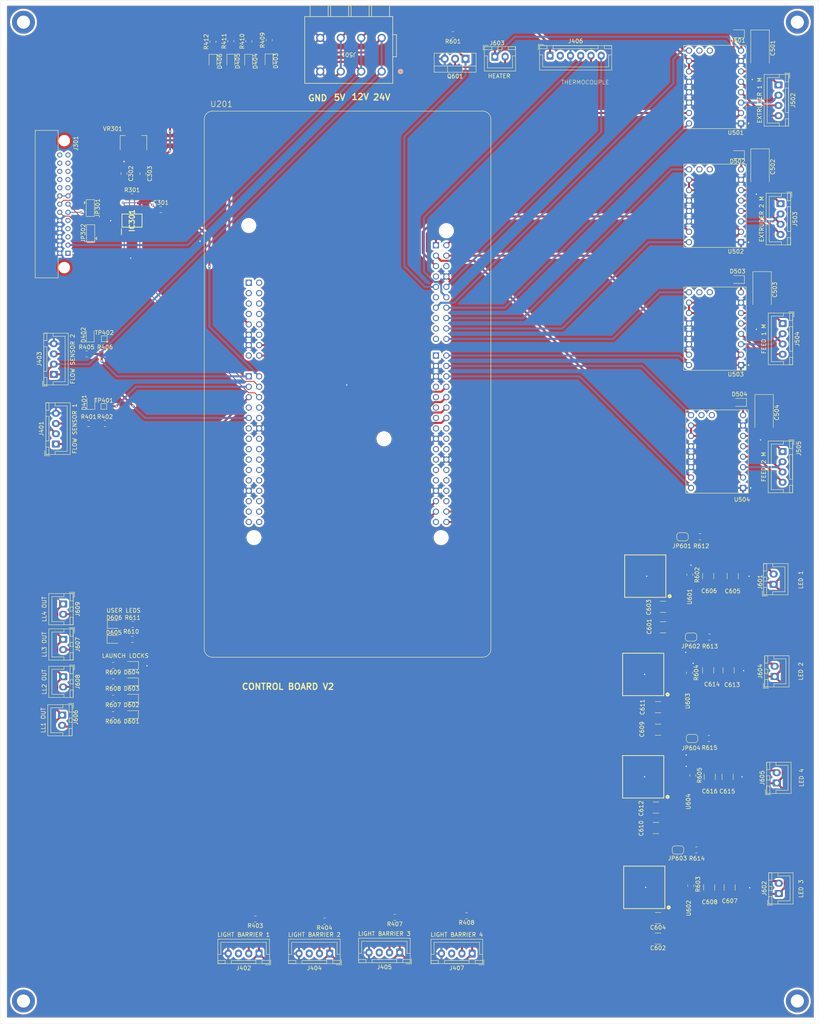
<source format=kicad_pcb>
(kicad_pcb (version 20240108) (generator "pcbnew") (generator_version "8.0")
  (layers (0 "F.Cu" signal) (31 "B.Cu" signal) (34 "B.Paste" user) (35 "F.Paste" user) (36 "B.SilkS" user "B.Silkscreen") (37 "F.SilkS" user "F.Silkscreen") (38 "B.Mask" user) (39 "F.Mask" user) (44 "Edge.Cuts" user))
  (net 0 "")
  (net 1 "GND")
  (net 2 "12V")
  (net 3 "5V")
  (net 4 "F1_OUT")
  (net 5 "F2_OUT")
  (net 6 "24V")
  (net 7 "LL2 IN")
  (net 8 "LL3 IN")
  (net 9 "LL4 IN")
  (net 10 "LL1 IN")
  (net 12 "I2C_SDA")
  (net 13 "I2C_SMBA")
  (net 14 "I2C_SCL")
  (net 15 "LB1_OUT")
  (net 17 "LB2_OUT")
  (net 18 "LB3_OUT")
  (net 20 "LB4_OUT")
  (net 21 "TEMP 1 OUT")
  (net 22 "TEMP 2 OUT")
  (net 23 "TH_DO{slash}MISO1")
  (net 24 "TH_CS1")
  (net 25 "TH_CLK1")
  (net 26 "RS485_A")
  (net 27 "RS485RX+")
  (net 28 "RS485TX+")
  (net 29 "RS485_B")
  (net 30 "RS485TX-")
  (net 31 "RS485RX-")
  (net 32 "HEATER IN")
  (net 33 "D1 IN")
  (net 34 "D2 IN")
  (net 35 "Net-(R602-Pad1)")
  (net 36 "Net-(R603-Pad1)")
  (net 37 "Net-(R604-Pad1)")
  (net 38 "RX")
  (net 39 "TX")
  (net 40 "M1_EN")
  (net 41 "M1_PWM")
  (net 42 "M1_DIR")
  (net 43 "M2_PWM")
  (net 44 "M2_EN")
  (net 45 "M2_DIR")
  (net 46 "M3_DIR")
  (net 47 "M3_PWM")
  (net 48 "M3_EN")
  (net 49 "M4_PWM")
  (net 50 "M4_EN")
  (net 51 "M4_DIR")
  (net 62 "L2_PWM")
  (net 63 "L1_PWM")
  (net 64 "L3_PWM")
  (net 65 "L4_PWM")
  (net 66 "Net-(D601-A)")
  (net 67 "Net-(D602-A)")
  (net 68 "Net-(D603-A)")
  (net 69 "Net-(D604-A)")
  (net 70 "Net-(D605-A)")
  (net 71 "Net-(D606-A)")
  (net 86 "Net-(J401-Pin_3)")
  (net 87 "Net-(J403-Pin_3)")
  (net 91 "Net-(J502-Pin_2)")
  (net 92 "Net-(J502-Pin_4)")
  (net 93 "Net-(J502-Pin_1)")
  (net 94 "Net-(J502-Pin_3)")
  (net 95 "Net-(J503-Pin_3)")
  (net 96 "Net-(J503-Pin_2)")
  (net 97 "Net-(J503-Pin_4)")
  (net 98 "Net-(J503-Pin_1)")
  (net 99 "Net-(J504-Pin_2)")
  (net 100 "Net-(J504-Pin_4)")
  (net 101 "Net-(J504-Pin_3)")
  (net 102 "Net-(J504-Pin_1)")
  (net 103 "Net-(J505-Pin_4)")
  (net 104 "Net-(J505-Pin_2)")
  (net 105 "Net-(J505-Pin_3)")
  (net 106 "Net-(J505-Pin_1)")
  (net 107 "Net-(J603-Pin_2)")
  (net 108 "Net-(R605-Pad1)")
  (net 124 "Net-(J602-Pin_2)")
  (net 125 "Net-(J601-Pin_2)")
  (net 126 "Net-(J604-Pin_2)")
  (net 127 "Net-(J605-Pin_2)")
  (net 145 "Net-(JP601-A)")
  (net 146 "Net-(JP602-A)")
  (net 147 "Net-(JP603-A)")
  (net 148 "Net-(JP604-A)")
  (net 171 "+3V3")
  (net 172 "DE")
  (net 173 "Net-(D403-K)")
  (net 174 "Net-(D404-K)")
  (net 175 "Net-(D405-K)")
  (net 176 "Net-(D406-K)")
  (footprint "footprints:HARWIN_M80-5402642" (layer "F.Cu") (at 70.666 67.424 -90)
    (property "Reference" "J301")
    (property "Value" "M80-5402642")
  )
  (footprint "Capacitor_SMD:C_1210_3225Metric_Pad1.33x2.70mm_HandSolder" (layer "F.Cu") (at 232.21 181.26 90)
    (property "Reference" "C614")
    (property "Value" "2.2uF 100V 1210" (hide yes))
  )
  (footprint "Resistor_SMD:R_0805_2012Metric" (layer "F.Cu") (at 84.9125 104)
    (property "Reference" "R406")
    (property "Value" "10K" (hide yes))
  )
  (footprint "Diode_SMD:D_0805_2012Metric" (layer "F.Cu") (at 239.89 115.83 180)
    (property "Reference" "D504")
    (property "Value" "SD0805S040S0R5" (hide yes))
  )
  (footprint "Resistor_SMD:R_0805_2012Metric" (layer "F.Cu") (at 169.8975 26.04375 180)
    (property "Reference" "R601")
    (property "Value" "47K" (hide yes))
  )
  (footprint "footprints:CONN4_2604-1104_WAG" (layer "F.Cu") (at 152.49 35.04 180)
    (property "Reference" "J501")
    (property "Value" "2604-1104")
  )
  (footprint "Capacitor_SMD:C_1210_3225Metric_Pad1.33x2.70mm_HandSolder" (layer "F.Cu") (at 219.97 195.76 180)
    (property "Reference" "C609")
    (property "Value" "2.2uF 100V 1210" (hide yes))
  )
  (footprint "footprints:MAGIC-LDHM_172946001" (layer "F.Cu") (at 216.97 234.26 180)
    (property "Reference" "U602")
    (property "Value" "MAGIC-LDHM_172946001" (hide yes))
  )
  (footprint "footprints:VREG_LM3940IMP-3.3_NOPB" (layer "F.Cu") (at 91.866 52.424 90)
    (property "Reference" "VR301")
    (property "Value" "LM3940IMP-3.3_NOPB" (hide yes))
  )
  (footprint "Connector_JST:JST_XH_B4B-XH-A_1x04_P2.50mm_Vertical" (layer "F.Cu") (at 250.415 96.58 -90)
    (property "Reference" "J504")
    (property "Value" "FEED 1 M")
  )
  (footprint "Capacitor_SMD:C_1210_3225Metric_Pad1.33x2.70mm_HandSolder" (layer "F.Cu") (at 232.47 234.26 90)
    (property "Reference" "C608")
    (property "Value" "2.2uF 100V 1210" (hide yes))
  )
  (footprint "Resistor_SMD:R_0805_2012Metric" (layer "F.Cu") (at 227.97 233.8475 -90)
    (property "Reference" "R603")
    (property "Value" "2.33K" (hide yes))
  )
  (footprint "Resistor_SMD:R_0805_2012Metric" (layer "F.Cu") (at 86.9025 188.07 180)
    (property "Reference" "R607")
    (property "Value" "330R" (hide yes))
  )
  (footprint "Connector_JST:JST_XH_B4B-XH-A_1x04_P2.50mm_Vertical" (layer "F.Cu") (at 122.52 250.41 180)
    (property "Reference" "J402")
    (property "Value" "LIGHT BARRIER 1")
  )
  (footprint "MountingHole:MountingHole_3.2mm_M3_DIN965_Pad" (layer "F.Cu") (at 254 23)
    (property "Reference" "H301" (hide yes))
    (property "Value" "MountingHole" (hide yes))
  )
  (footprint "Resistor_SMD:R_0805_2012Metric" (layer "F.Cu") (at 227.66 181.8625 -90)
    (property "Reference" "R604")
    (property "Value" "2.33K" (hide yes))
  )
  (footprint "LED_SMD:LED_0805_2012Metric" (layer "F.Cu") (at 87.16 170.05)
    (property "Reference" "D606")
    (property "Value" "LED" (hide yes))
  )
  (footprint "Connector_JST:JST_XH_B4B-XH-A_1x04_P2.50mm_Vertical" (layer "F.Cu") (at 156.89 250.17625 180)
    (property "Reference" "J405")
    (property "Value" "LIGHT BARRIER 3")
  )
  (footprint "LED_SMD:LED_0805_2012Metric" (layer "F.Cu") (at 119.99 32.5275 -90)
    (property "Reference" "D404")
    (property "Value" "BLUE" (hide yes))
  )
  (footprint "Capacitor_SMD:C_1210_3225Metric_Pad1.33x2.70mm_HandSolder" (layer "F.Cu") (at 219.47 214.76 180)
    (property "Reference" "C612")
    (property "Value" "2.2uF 100V 1210" (hide yes))
  )
  (footprint "Connector_JST:JST_XH_B2B-XH-A_1x02_P2.50mm_Vertical" (layer "F.Cu") (at 248.97 208.76 90)
    (property "Reference" "J605")
    (property "Value" "LED 4")
  )
  (footprint "footprints:MODULE_TMC2209_SILENTSTEPSTICK" (layer "F.Cu") (at 234.39 127.83 180)
    (property "Reference" "U504")
    (property "Value" "TMC2209_SILENTSTEPSTICK" (hide yes))
  )
  (footprint "Capacitor_SMD:C_1210_3225Metric_Pad1.33x2.70mm_HandSolder" (layer "F.Cu") (at 221.21 170.76 180)
    (property "Reference" "C601")
    (property "Value" "2.2uF 100V 1210" (hide yes))
  )
  (footprint "Resistor_SMD:R_0805_2012Metric" (layer "F.Cu") (at 91.59 173.7)
    (property "Reference" "R610")
    (property "Value" "330R" (hide yes))
  )
  (footprint "Resistor_SMD:R_0805_2012Metric" (layer "F.Cu") (at 80.9125 121)
    (property "Reference" "R401")
    (property "Value" "10K" (hide yes))
  )
  (footprint "Connector_JST:JST_XH_B4B-XH-A_1x04_P2.50mm_Vertical" (layer "F.Cu") (at 72.4125 109 90)
    (property "Reference" "J403")
    (property "Value" "FLOW SENSOR 2")
  )
  (footprint "Resistor_SMD:R_0805_2012Metric" (layer "F.Cu") (at 155.69 241.57625 180)
    (property "Reference" "R407")
    (property "Value" "47K" (hide yes))
  )
  (footprint "Resistor_SMD:R_0805_2012Metric" (layer "F.Cu") (at 121.6325 241.98 180)
    (property "Reference" "R403")
    (property "Value" "47K" (hide yes))
  )
  (footprint "Connector_JST:JST_XH_B2B-XH-A_1x02_P2.50mm_Vertical" (layer "F.Cu") (at 180.1275 31.41875)
    (property "Reference" "J603")
    (property "Value" "HEATER")
  )
  (footprint "Resistor_SMD:R_0805_2012Metric" (layer "F.Cu") (at 232.5525 173.13)
    (property "Reference" "R613")
    (property "Value" "470R" (hide yes))
  )
  (footprint "LED_SMD:LED_0805_2012Metric" (layer "F.Cu") (at 111.28 32.5425 -90)
    (property "Reference" "D406")
    (property "Value" "YELLOW" (hide yes))
  )
  (footprint "Resistor_SMD:R_0805_2012Metric" (layer "F.Cu") (at 91.5235 65.634)
    (property "Reference" "R301")
    (property "Value" "120R" (hide yes))
  )
  (footprint "LED_SMD:LED_0805_2012Metric" (layer "F.Cu") (at 91.4025 188.07 180)
    (property "Reference" "D602")
    (property "Value" "LED" (hide yes))
  )
  (footprint "Capacitor_SMD:C_0805_2012Metric" (layer "F.Cu") (at 89.556 59.964 -90)
    (property "Reference" "C302")
    (property "Value" "0.47Uf" (hide yes))
  )
  (footprint "footprints:MODULE_TMC2209_SILENTSTEPSTICK" (layer "F.Cu") (at 233.89 67.83 180)
    (property "Reference" "U502")
    (property "Value" "TMC2209_SILENTSTEPSTICK" (hide yes))
  )
  (footprint "Connector_JST:JST_XH_B2B-XH-A_1x02_P2.50mm_Vertical" (layer "F.Cu") (at 74.69 165.06 -90)
    (property "Reference" "J609")
    (property "Value" "LL4 OUT")
  )
  (footprint "Resistor_SMD:R_0805_2012Metric" (layer "F.Cu") (at 91.66 170.05)
    (property "Reference" "R611")
    (property "Value" "330R" (hide yes))
  )
  (footprint "Diode_SMD:D_0805_2012Metric" (layer "F.Cu") (at 81.4625 115.86 90)
    (property "Reference" "D401")
    (property "Value" "SD0805S040S0R5" (hide yes))
  )
  (footprint "LED_SMD:LED_0805_2012Metric" (layer "F.Cu") (at 91.4025 184.07 180)
    (property "Reference" "D603")
    (property "Value" "LED" (hide yes))
  )
  (footprint "Capacitor_SMD:C_1210_3225Metric_Pad1.33x2.70mm_HandSolder" (layer "F.Cu") (at 221.21 165.76 180)
    (property "Reference" "C603")
    (property "Value" "2.2uF 100V 1210" (hide yes))
  )
  (footprint "Resistor_SMD:R_0805_2012Metric" (layer "F.Cu") (at 115.64 27.6275 90)
    (property "Reference" "R411")
    (property "Value" "R" (hide yes))
  )
  (footprint "footprints:SOIC127P600X175-8N" (layer "F.Cu") (at 91.505 71.449 90)
    (property "Reference" "IC301")
    (property "Value" "THVD1330DR" (hide yes))
  )
  (footprint "Capacitor_Tantalum_SMD:CP_EIA-7343-31_Kemet-D" (layer "F.Cu") (at 245.39 88.33 -90)
    (property "Reference" "C503")
    (property "Value" "TPSD107K010H0065" (hide yes))
  )
  (footprint "TestPoint:TestPoint_Pad_1.0x1.0mm" (layer "F.Cu") (at 84.7325 100.28)
    (property "Reference" "TP402")
    (property "Value" "TestPoint" (hide yes))
  )
  (footprint "LED_SMD:LED_0805_2012Metric" (layer "F.Cu") (at 91.4025 192.07 180)
    (property "Reference" "D601")
    (property "Value" "LED" (hide yes))
  )
  (footprint "LED_SMD:LED_0805_2012Metric" (layer "F.Cu") (at 124.97 32.4425 -90)
    (property "Reference" "D403")
    (property "Value" "RED" (hide yes))
  )
  (footprint "Nucleo-H753ZI:MODULE_NUCLEO-H753ZI" (layer "F.Cu") (at 144.15 111.39)
    (property "Reference" "U201")
    (property "Value" "NUCLEO-H753ZI")
  )
  (footprint "Jumper:SolderJumper-3_P1.3mm_Open_Pad1.0x1.5mm" (layer "F.Cu") (at 81.396 74.514 90)
    (property "Reference" "JP302")
    (property "Value" "SJ2_Open" (hide yes))
  )
  (footprint "LED_SMD:LED_0805_2012Metric" (layer "F.Cu") (at 87.09 173.7)
    (property "Reference" "D605")
    (property "Value" "LED" (hide yes))
  )
  (footprint "Jumper:SolderJumper-2_P1.3mm_Open_RoundedPad1.0x1.5mm" (layer "F.Cu") (at 228.0425 173.14 180)
    (property "Reference" "JP602")
    (property "Value" "PULL DOWN" (hide yes))
  )
  (footprint "Jumper:SolderJumper-2_P1.3mm_Open_RoundedPad1.0x1.5mm" (layer "F.Cu") (at 225.9525 148.65 180)
    (property "Reference" "JP601")
    (property "Value" "PULL DOWN" (hide yes))
  )
  (footprint "Resistor_SMD:R_0805_2012Metric" (layer "F.Cu") (at 228.47 206.9025 -90)
    (property "Reference" "R605")
    (property "Value" "2.33K" (hide yes))
  )
  (footprint "Resistor_SMD:R_0805_2012Metric" (layer "F.Cu") (at 173.22 241.21 180)
    (property "Reference" "R408")
    (property "Value" "47K" (hide yes))
  )
  (footprint "Resistor_SMD:R_0805_2012Metric" (layer "F.Cu") (at 138.51 242.49 180)
    (property "Reference" "R404")
    (property "Value" "47K" (hide yes))
  )
  (footprint "Resistor_SMD:R_0805_2012Metric" (layer "F.Cu") (at 84.9125 121)
    (property "Reference" "R402")
    (property "Value" "10K" (hide yes))
  )
  (footprint "Connector_JST:JST_XH_B4B-XH-A_1x04_P2.50mm_Vertical" (layer "F.Cu") (at 250.39 127.83 -90)
    (property "Reference" "J505")
    (property "Value" "FEED 2 M")
  )
  (footprint "Capacitor_SMD:C_1210_3225Metric_Pad1.33x2.70mm_HandSolder" (layer "F.Cu") (at 219.97 241.76 180)
    (property "Reference" "C604")
    (property "Value" "2.2uF 100V 1210" (hide yes))
  )
  (footprint "Resistor_SMD:R_0805_2012Metric" (layer "F.Cu") (at 86.9025 192.07 180)
    (property "Reference" "R606")
    (property "Value" "330 R" (hide yes))
  )
  (footprint "Capacitor_SMD:C_1210_3225Metric_Pad1.33x2.70mm_HandSolder" (layer "F.Cu") (at 219.97 246.76 180)
    (property "Reference" "C602")
    (property "Value" "2.2uF 100V 1210" (hide yes))
  )
  (footprint "footprints:MAGIC-LDHM_172946001" (layer "F.Cu") (at 216.71 207.26 180)
    (property "Reference" "U604")
    (property "Value" "MAGIC-LDHM_172946001" (hide yes))
  )
  (footprint "MountingHole:MountingHole_3.2mm_M3_DIN965_Pad" (layer "F.Cu") (at 65 23)
    (property "Reference" "H302" (hide yes))
    (property "Value" "MountingHole" (hide yes))
  )
  (footprint "Resistor_SMD:R_0805_2012Metric" (layer "F.Cu") (at 111.28 27.7775 90)
    (property "Reference" "R412")
    (property "Value" "R" (hide yes))
  )
  (footprint "MountingHole:MountingHole_3.2mm_M3_DIN965_Pad" (layer "F.Cu") (at 254 262)
    (property "Reference" "H304" (hide yes))
    (property "Value" "MountingHole" (hide yes))
  )
  (footprint "Resistor_SMD:R_0805_2012Metric" (layer "F.Cu") (at 230.2325 148.65)
    (property "Reference" "R612")
    (property "Value" "470R" (hide yes))
  )
  (footprint "Jumper:SolderJumper-2_P1.3mm_Open_RoundedPad1.0x1.5mm" (layer "F.Cu") (at 228.29 197.9 180)
    (property "Reference" "JP604")
    (property "Value" "PULL DOWN" (hide yes))
  )
  (footprint "Jumper:SolderJumper-3_P1.3mm_Open_Pad1.0x1.5mm" (layer "F.Cu") (at 81.316 68.384 -90)
    (property "Reference" "JP301")
    (property "Value" "SJ1_Open" (hide yes))
  )
  (footprint "Capacitor_Tantalum_SMD:CP_EIA-7343-31_Kemet-D" (layer "F.Cu") (at 244.89 58.33 -90)
    (property "Reference" "C502")
    (property "Value" "TPSD107K010H0065" (hide yes))
  )
  (footprint "Connector_JST:JST_XH_B2B-XH-A_1x02_P2.50mm_Vertical" (layer "F.Cu") (at 249.47 235.76 90)
    (property "Reference" "J602")
    (property "Value" "LED 3")
  )
  (footprint "Diode_SMD:D_0805_2012Metric" (layer "F.Cu") (at 239.39 25.83 180)
    (property "Reference" "D501")
    (property "Value" "SD0805S040S0R5" (hide yes))
  )
  (footprint "footprints:MAGIC-LDHM_172946001" (layer "F.Cu") (at 217.21 158.26 180)
    (property "Reference" "U601")
    (property "Value" "MAGIC-LDHM_172946001" (hide yes))
  )
  (footprint "Capacitor_SMD:C_1210_3225Metric_Pad1.33x2.70mm_HandSolder" (layer "F.Cu") (at 236.97 207.26 90)
    (property "Reference" "C615")
    (property "Value" "2.2uF 100V 1210" (hide yes))
  )
  (footprint "Connector_JST:JST_XH_B4B-XH-A_1x04_P2.50mm_Vertical" (layer "F.Cu") (at 249.39 38.33 -90)
    (property "Reference" "J502")
    (property "Value" "EXTRUDER 1 M")
  )
  (footprint "Resistor_SMD:R_0805_2012Metric" (layer "F.Cu") (at 232.3875 197.91)
    (property "Reference" "R615")
    (property "Value" "470R" (hide yes))
  )
  (footprint "Capacitor_SMD:C_1210_3225Metric_Pad1.33x2.70mm_HandSolder" (layer "F.Cu") (at 237.47 234.26 90)
    (property "Reference" "C607")
    (property "Value" "2.2uF 100V 1210" (hide yes))
  )
  (footprint "LED_SMD:LED_0805_2012Metric" (layer "F.Cu") (at 115.64 32.4925 -90)
    (property "Reference" "D405")
    (property "Value" "GREEN" (hide yes))
  )
  (footprint "Connector_JST:JST_XH_B4B-XH-A_1x04_P2.50mm_Vertical" (layer "F.Cu") (at 174.58 250.41 180)
    (property "Reference" "J407")
    (property "Value" "LIGHT BARRIER 4")
  )
  (footprint "Capacitor_Tantalum_SMD:CP_EIA-7343-31_Kemet-D" (layer "F.Cu") (at 244.89 29.33 -90)
    (property "Reference" "C501")
    (property "Value" "TPSD107K010H0065" (hide yes))
  )
  (footprint "footprints:MAGIC-LDHM_172946001" (layer "F.Cu") (at 216.71 182.26 180)
    (property "Reference" "U603")
    (property "Value" "MAGIC-LDHM_172946001" (hide yes))
  )
  (footprint "Resistor_SMD:R_0805_2012Metric" (layer "F.Cu") (at 227.75 157.9325 -90)
    (property "Reference" "R602")
    (property "Value" "2.33K" (hide yes))
  )
  (footprint "Capacitor_SMD:C_1210_3225Metric_Pad1.33x2.70mm_HandSolder" (layer "F.Cu") (at 232.21 158.26 90)
    (property "Reference" "C606")
    (property "Value" "2.2uF 100V 1210" (hide yes))
  )
  (footprint "Resistor_SMD:R_0805_2012Metric" (layer "F.Cu") (at 80.4125 104)
    (property "Reference" "R405")
    (property "Value" "10K" (hide yes))
  )
  (footprint "Connector_JST:JST_XH_B2B-XH-A_1x02_P2.50mm_Vertical" (layer "F.Cu") (at 74.44 192.19 -90)
    (property "Reference" "J606")
    (property "Value" "LL1 OUT")
  )
  (footprint "Capacitor_Tantalum_SMD:CP_EIA-7343-31_Kemet-D" (layer "F.Cu") (at 245.89 118.33 -90)
    (property "Reference" "C504")
    (property "Value" "TPSD107K010H0065" (hide yes))
  )
  (footprint "Capacitor_SMD:C_1210_3225Metric_Pad1.33x2.70mm_HandSolder" (layer "F.Cu") (at 232.61 207.2625 90)
    (property "Reference" "C616")
    (property "Value" "2.2uF 100V 1210" (hide yes))
  )
  (footprint "Resistor_SMD:R_0805_2012Metric" (layer "F.Cu") (at 86.9025 180.07 180)
    (property "Reference" "R609")
    (property "Value" "330R" (hide yes))
  )
  (footprint "Package_TO_SOT_THT:TO-220-3_Vertical" (layer "F.Cu") (at 172.9575 31.94375 180)
    (property "Reference" "Q601")
    (property "Value" "IRLB8721PBF")
  )
  (footprint "Connector_JST:JST_XH_B2B-XH-A_1x02_P2.50mm_Vertical" (layer "F.Cu") (at 74.69 173.7 -90)
    (property "Reference" "J607")
    (property "Value" "LL3 OUT")
  )
  (footprint "Capacitor_SMD:C_0805_2012Metric" (layer "F.Cu") (at 98.536 68.744)
    (property "Reference" "C301")
    (property "Value" "10Nf" (hide yes))
  )
  (footprint "Capacitor_SMD:C_1210_3225Metric_Pad1.33x2.70mm_HandSolder" (layer "F.Cu") (at 238.21 158.26 90)
    (property "Reference" "C605")
    (property "Value" "2.2uF 100V 1210" (hide yes))
  )
  (footprint "Diode_SMD:D_0805_2012Metric" (layer "F.Cu") (at 239.39 85.83 180)
    (property "Reference" "D503")
    (property "Value" "SD0805S040S0R5" (hide yes))
  )
  (footprint "Capacitor_SMD:C_1210_3225Metric_Pad1.33x2.70mm_HandSolder" (layer "F.Cu") (at 237.21 181.26 90)
    (property "Reference" "C613")
    (property "Value" "2.2uF 100V 1210" (hide yes))
  )
  (footprint "Resistor_SMD:R_0805_2012Metric" (layer "F.Cu") (at 229.3325 225.11)
    (property "Reference" "R614")
    (property "Value" "470R" (hide yes))
  )
  (footprint "LED_SMD:LED_0805_2012Metric" (layer "F.Cu") (at 91.4025 180.07 180)
    (property "Reference" "D604")
    (property "Value" "LED" (hide yes))
  )
  (footprint "Capacitor_SMD:C_1210_3225Metric_Pad1.33x2.70mm_HandSolder" (layer "F.Cu") (at 219.47 219.76 180)
    (property "Reference" "C610")
    (property "Value" "2.2uF 100V 1210" (hide yes))
  )
  (footprint "footprints:MODULE_TMC2209_SILENTSTEPSTICK" (layer "F.Cu") (at 233.89 38.83 180)
    (property "Reference" "U501")
    (property "Value" "TMC2209_SILENTSTEPSTICK" (hide yes))
  )
  (footprint "Connector_JST:JST_XH_B2B-XH-A_1x02_P2.50mm_Vertical" (layer "F.Cu") (at 248.21 160.26 90)
    (property "Reference" "J601")
    (property "Value" "LED 1")
  )
  (footprint "Diode_SMD:D_0805_2012Metric" (layer "F.Cu") (at 239.39 55.33 180)
    (property "Reference" "D502")
    (property "Value" "SD0805S040S0R5" (hide yes))
  )
  (footprint "Connector_JST:JST_XH_B2B-XH-A_1x02_P2.50mm_Vertical" (layer "F.Cu") (at 74.69 182.82 -90)
    (property "Reference" "J608")
    (property "Value" "LL2 OUT")
  )
  (footprint "Connector_JST:JST_XH_B4B-XH-A_1x04_P2.50mm_Vertical" (layer "F.Cu") (at 72.9125 126 90)
    (property "Reference" "J401")
    (property "Value" "FLOW SENSOR 1")
  )
  (footprint "Resistor_SMD:R_0805_2012Metric" (layer "F.Cu") (at 120.04 27.6775 90)
    (property "Reference" "R410")
    (property "Value" "860R" (hide yes))
  )
  (footprint "Diode_SMD:D_0805_2012Metric" (layer "F.Cu") (at 81.2925 99.38 90)
    (property "Reference" "D402")
    (property "Value" "SD0805S040S0R5" (hide yes))
  )
  (footprint "Connector_JST:JST_XH_B2B-XH-A_1x02_P2.50mm_Vertical" (layer "F.Cu") (at 248.47 182.76 90)
    (property "Reference" "J604")
    (property "Value" "LED 2")
  )
  (footprint "Connector_JST:JST_XH_B6B-XH-A_1x06_P2.50mm_Vertical" (layer "F.Cu") (at 193.6 31.18)
    (property "Reference" "J406")
    (property "Value" "THERMOCOUPLE 1" (hide yes))
  )
  (footprint "Connector_JST:JST_XH_B4B-XH-A_1x04_P2.50mm_Vertical" (layer "F.Cu") (at 139.79 250.41 180)
    (property "Reference" "J404")
    (property "Value" "LIGHT BARRIER 2")
  )
  (footprint "Capacitor_SMD:C_1210_3225Metric_Pad1.33x2.70mm_HandSolder" (layer "F.Cu") (at 219.97 190.26 180)
    (property "Reference" "C611")
    (property "Value" "2.2uF 100V 1210" (hide yes))
  )
  (footprint "Connector_JST:JST_XH_B4B-XH-A_1x04_P2.50mm_Vertical" (layer "F.Cu") (at 249.89 67.33 -90)
    (property "Reference" "J503")
    (property "Value" "EXTRUDER 2 M")
  )
  (footprint "MountingHole:MountingHole_3.2mm_M3_DIN965_Pad" (layer "F.Cu") (at 65 262)
    (property "Reference" "H303" (hide yes))
    (property "Value" "MountingHole" (hide yes))
  )
  (footprint "TestPoint:TestPoint_Pad_1.0x1.0mm" (layer "F.Cu") (at 84.6225 116.81)
    (property "Reference" "TP401")
    (property "Value" "TestPoint" (hide yes))
  )
  (footprint "Jumper:SolderJumper-2_P1.3mm_Open_RoundedPad1.0x1.5mm" (layer "F.Cu") (at 224.8425 225.13 180)
    (property "Reference" "JP603")
    (property "Value" "PULL DOWN" (hide yes))
  )
  (footprint "Resistor_SMD:R_0805_2012Metric" (layer "F.Cu") (at 86.9025 184.07 180)
    (property "Reference" "R608")
    (property "Value" "330R" (hide yes))
  )
  (footprint "Resistor_SMD:R_0805_2012Metric" (layer "F.Cu") (at 125.02 27.3875 90)
    (property "Reference" "R409")
    (property "Value" "R" (hide yes))
  )
  (footprint "footprints:MODULE_TMC2209_SILENTSTEPSTICK" (layer "F.Cu") (at 233.89 97.83 180)
    (property "Reference" "U503")
    (property "Value" "TMC2209_SILENTSTEPSTICK" (hide yes))
  )
  (footprint "Capacitor_SMD:C_0805_2012Metric" (layer "F.Cu") (at 94.166 59.994 -90)
    (property "Reference" "C303")
    (property "Value" "33Uf" (hide yes))
  )
  (gr_rect (start 59.29 17.61) (end 259.29 267.61) (stroke (width 0.05)) (fill none) (layer "Edge.Cuts"))
  (gr_text "USER LEDS" (at 85.17 167.23 0) (layer "F.SilkS") (effects (font (size 1 1)) (justify left bottom)))
  (gr_text "LAUNCH LOCKS\n" (at 84.08 178.3 0) (layer "F.SilkS") (effects (font (size 1 1)) (justify left bottom)))
  (gr_text "CONTROL BOARD V2" (at 118.19 186.11 0) (layer "F.SilkS") (effects (font (size 1.5 1.5) (thickness 0.3) (bold yes)) (justify left bottom)))
  (gr_text "THERMOCOUPLE\n" (at 196.25 38.26 0) (layer "F.SilkS") (effects (font (size 1 1) (thickness 0.1)) (justify left bottom)))
  (gr_text "24V" (at 150.24 42.210001 0) (layer "F.SilkS") (effects (font (size 1.5 1.5) (thickness 0.3) (bold yes)) (justify left bottom)))
  (gr_text "GND\n" (at 134.36 42.390001 0) (layer "F.SilkS") (effects (font (size 1.5 1.5) (thickness 0.3) (bold yes)) (justify left bottom)))
  (gr_text "12V" (at 144.98 42.090001 0) (layer "F.SilkS") (effects (font (size 1.5 1.5) (thickness 0.3) (bold yes)) (justify left bottom)))
  (gr_text "5V" (at 140.66 42.270001 0) (layer "F.SilkS") (effects (font (size 1.5 1.5) (thickness 0.3) (bold yes)) (justify left bottom)))
  (segment (start 227.71 159.1725) (end 227.4125 159.1725) (width 0.5) (layer "F.Cu") (net 1))
  (segment (start 227.165 158.26) (end 227.75 158.845) (width 0.5) (layer "F.Cu") (net 1))
  (segment (start 224.515 158.26) (end 227.165 158.26) (width 0.5) (layer "F.Cu") (net 1))
  (via (at 91.19 80.62) (size 0.6) (drill 0.3) (layers "F.Cu" "B.Cu") (net 1))
  (via (at 243 37) (size 0.6) (drill 0.3) (layers "F.Cu" "B.Cu") (net 1))
  (via (at 245 125) (size 0.6) (drill 0.3) (layers "F.Cu" "B.Cu") (net 1))
  (via (at 86.3 71.47) (size 0.6) (drill 0.3) (layers "F.Cu" "B.Cu") (net 1))
  (via (at 95.18 180.16) (size 0.6) (drill 0.3) (layers "F.Cu" "B.Cu") (net 1))
  (via (at 240.88 181.33) (size 0.5) (drill 0.3) (layers "F.Cu" "B.Cu") (net 1))
  (via (at 143.95 111.58) (size 0.6) (drill 0.3) (layers "F.Cu" "B.Cu") (net 1))
  (via (at 226.86 201.94) (size 0.6) (drill 0.3) (layers "F.Cu" "B.Cu") (net 1))
  (via (at 216.97 234.26) (size 0.6) (drill 0.3) (layers "F.Cu" "B.Cu") (net 1))
  (via (at 217.21 158.26) (size 0.6) (drill 0.3) (layers "F.Cu" "B.Cu") (net 1))
  (via (at 244 98) (size 0.6) (drill 0.3) (layers "F.Cu" "B.Cu") (net 1))
  (via (at 228.55 179.55) (size 0.6) (drill 0.3) (layers "F.Cu" "B.Cu") (net 1))
  (via (at 242.37 234.34) (size 0.5) (drill 0.3) (layers "F.Cu" "B.Cu") (net 1))
  (via (at 226.74 176.87) (size 0.6) (drill 0.3) (layers "F.Cu" "B.Cu") (net 1))
  (via (at 216.71 207.26) (size 0.6) (drill 0.3) (layers "F.Cu" "B.Cu") (net 1))
  (via (at 240.48 207.27) (size 0.5) (drill 0.3) (layers "F.Cu" "B.Cu") (net 1))
  (via (at 226.88 204.7) (size 0.6) (drill 0.3) (layers "F.Cu" "B.Cu") (net 1))
  (via (at 242.21 158.28) (size 0.5) (drill 0.3) (layers "F.Cu" "B.Cu") (net 1))
  (via (at 244 65) (size 0.6) (drill 0.3) (layers "F.Cu" "B.Cu") (net 1))
  (via (at 228.03 155.59) (size 0.6) (drill 0.3) (layers "F.Cu" "B.Cu") (net 1))
  (via (at 216.71 182.26) (size 0.6) (drill 0.3) (layers "F.Cu" "B.Cu") (net 1))
  (segment (start 221.0325 219.76) (end 221.0325 214.76) (width 0.5) (layer "F.Cu") (net 2))
  (segment (start 237.2725 182.76) (end 237.21 182.8225) (width 0.5) (layer "F.Cu") (net 2))
  (segment (start 224.275 238.07) (end 224.275 240.575) (width 0.5) (layer "F.Cu") (net 2))
  (segment (start 240.94 85.2175) (end 245.39 85.2175) (width 0.5) (layer "F.Cu") (net 2))
  (segment (start 224.015 213.395) (end 224.015 211.07) (width 0.5) (layer "F.Cu") (net 2))
  (segment (start 240.74 118.94) (end 240.74 115.9175) (width 0.5) (layer "F.Cu") (net 2))
  (segment (start 240.24 88.94) (end 240.24 85.9175) (width 0.5) (layer "F.Cu") (net 2))
  (segment (start 231.2325 160.8) (end 224.515 160.8) (width 0.5) (layer "F.Cu") (net 2))
  (segment (start 151.330001 23) (end 147.49 26.840001) (width 0.5) (layer "F.Cu") (net 2))
  (segment (start 222.7725 165.76) (end 222.7725 170.76) (width 0.5) (layer "F.Cu") (net 2))
  (segment (start 250.92 234.31) (end 250.92 210.71) (width 0.5) (layer "F.Cu") (net 2))
  (segment (start 249.0075 85.2175) (end 245.39 85.2175) (width 0.5) (layer "F.Cu") (net 2))
  (segment (start 236.97 208.8225) (end 232.6125 208.8225) (width 0.5) (layer "F.Cu") (net 2))
  (segment (start 250.42 207.31) (end 250.42 184.71) (width 0.5) (layer "F.Cu") (net 2))
  (segment (start 174 23) (end 151.330001 23) (width 0.5) (layer "F.Cu") (net 2))
  (segment (start 119.99 33.465) (end 122.705 36.18) (width 0.5) (layer "F.Cu") (net 2))
  (segment (start 224.015 209.8) (end 224.015 211.07) (width 0.5) (layer "F.Cu") (net 2))
  (segment (start 122.705 36.18) (end 130.17 36.18) (width 0.5) (layer "F.Cu") (net 2))
  (segment (start 249.8125 115.2175) (end 253.62 111.41) (width 0.5) (layer "F.Cu") (net 2))
  (segment (start 252.75 50.32) (end 252.75 32.35) (width 0.5) (layer "F.Cu") (net 2))
  (segment (start 253.88 61.22) (end 247.8775 55.2175) (width 0.5) (layer "F.Cu") (net 2))
  (segment (start 249.92 181.31) (end 249.92 161.97) (width 0.5) (layer "F.Cu") (net 2))
  (segment (start 223.09 241.76) (end 221.5325 241.76) (width 0.5) (layer "F.Cu") (net 2))
  (segment (start 221.5325 190.26) (end 221.5325 195.76) (width 0.5) (layer "F.Cu") (net 2))
  (segment (start 238.21 159.8225) (end 247.7725 159.8225) (width 0.5) (layer "F.Cu") (net 2))
  (segment (start 224.515 164.765) (end 224.515 162.07) (width 0.5) (layer "F.Cu") (net 2))
  (segment (start 247.7725 159.8225) (end 248.21 160.26) (width 0.5) (layer "F.Cu") (net 2))
  (segment (start 232.21 159.8225) (end 238.21 159.8225) (width 0.5) (layer "F.Cu") (net 2))
  (segment (start 250.42 184.71) (end 248.47 182.76) (width 0.5) (layer "F.Cu") (net 2))
  (segment (start 224.015 186.07) (end 224.015 189.055) (width 0.5) (layer "F.Cu") (net 2))
  (segment (start 240.3275 25.83) (end 244.5025 25.83) (width 0.5) (layer "F.Cu") (net 2))
  (segment (start 145.14 32.69) (end 147.49 35.04) (width 0.5) (layer "F.Cu") (net 2))
  (segment (start 247.8775 55.2175) (end 244.89 55.2175) (width 0.5) (layer "F.Cu") (net 2))
  (segment (start 248.9075 208.8225) (end 248.97 208.76) (width 0.5) (layer "F.Cu") (net 2))
  (segment (start 253.62 111.41) (end 253.62 89.83) (width 0.5) (layer "F.Cu") (net 2))
  (segment (start 240.3275 55.33) (end 240.3275 58.8525) (width 0.5) (layer "F.Cu") (net 2))
  (segment (start 224.015 189.055) (end 222.81 190.26) (width 0.5) (layer "F.Cu") (net 2))
  (segment (start 231.635 209.8) (end 224.015 209.8) (width 0.5) (layer "F.Cu") (net 2))
  (segment (start 253.88 79.23) (end 253.88 61.22) (width 0.5) (layer "F.Cu") (net 2))
  (segment (start 249.4075 235.8225) (end 249.47 235.76) (width 0.5) (layer "F.Cu") (net 2))
  (segment (start 232.21 182.8225) (end 230.2325 184.8) (width 0.5) (layer "F.Cu") (net 2))
  (segment (start 240.3275 55.33) (end 244.7775 55.33) (width 0.5) (layer "F.Cu") (net 2))
  (segment (start 240.8275 115.83) (end 241.44 115.2175) (width 0.5) (layer "F.Cu") (net 2))
  (segment (start 253.62 154.85) (end 253.62 111.41) (width 0.5) (layer "F.Cu") (net 2))
  (segment (start 245.39 85.2175) (end 247.8925 85.2175) (width 0.5) (layer "F.Cu") (net 2))
  (segment (start 232.21 159.8225) (end 231.2325 160.8) (width 0.5) (layer "F.Cu") (net 2))
  (segment (start 232.47 235.8225) (end 237.47 235.8225) (width 0.5) (layer "F.Cu") (net 2))
  (segment (start 230.2325 184.8) (end 224.015 184.8) (width 0.5) (layer "F.Cu") (net 2))
  (segment (start 250.92 210.71) (end 248.97 208.76) (width 0.5) (layer "F.Cu") (net 2))
  (segment (start 249.92 161.97) (end 248.21 160.26) (width 0.5) (layer "F.Cu") (net 2))
  (segment (start 224.515 160.8) (end 224.515 162.07) (width 0.5) (layer "F.Cu") (net 2))
  (segment (start 240.3275 25.83) (end 240.3275 29.8525) (width 0.5) (layer "F.Cu") (net 2))
  (segment (start 237.47 235.8225) (end 249.4075 235.8225) (width 0.5) (layer "F.Cu") (net 2))
  (segment (start 246.6175 26.2175) (end 244.89 26.2175) (width 0.5) (layer "F.Cu") (net 2))
  (segment (start 232.6125 208.8225) (end 232.61 208.825) (width 0.5) (layer "F.Cu") (net 2))
  (segment (start 130.17 36.18) (end 133.66 32.69) (width 0.5) (layer "F.Cu") (net 2))
  (segment (start 222.81 190.26) (end 221.5325 190.26) (width 0.5) (layer "F.Cu") (net 2))
  (segment (start 223.52 165.76) (end 224.515 164.765) (width 0.5) (layer "F.Cu") (net 2))
  (segment (start 247.8925 85.2175) (end 253.88 79.23) (width 0.5) (layer "F.Cu") (net 2))
  (segment (start 232.21 182.8225) (end 237.21 182.8225) (width 0.5) (layer "F.Cu") (net 2))
  (segment (start 222.7725 165.76) (end 223.52 165.76) (width 0.5) (layer "F.Cu") (net 2))
  (segment (start 180.1275 31.41875) (end 180.1275 29.1275) (width 0.5) (layer "F.Cu") (net 2))
  (segment (start 244.7775 55.33) (end 244.89 55.2175) (width 0.5) (layer "F.Cu") (net 2))
  (segment (start 248.21 160.26) (end 253.62 154.85) (width 0.5) (layer "F.Cu") (net 2))
  (segment (start 240.3275 58.8525) (end 240.24 58.94) (width 0.5) (layer "F.Cu") (net 2))
  (segment (start 253.62 89.83) (end 249.0075 85.2175) (width 0.5) (layer "F.Cu") (net 2))
  (segment (start 240.3275 85.83) (end 240.94 85.2175) (width 0.5) (layer "F.Cu") (net 2))
  (segment (start 248.47 182.76) (end 249.92 181.31) (width 0.5) (layer "F.Cu") (net 2))
  (segment (start 252.75 32.35) (end 246.6175 26.2175) (width 0.5) (layer "F.Cu") (net 2))
  (segment (start 247.8525 55.2175) (end 252.75 50.32) (width 0.5) (layer "F.Cu") (net 2))
  (segment (start 240.24 85.9175) (end 240.3275 85.83) (width 0.5) (layer "F.Cu") (net 2))
  (segment (start 240.3275 29.8525) (end 240.24 29.94) (width 0.5) (layer "F.Cu") (net 2))
  (segment (start 241.44 115.2175) (end 245.89 115.2175) (width 0.5) (layer "F.Cu") (net 2))
  (segment (start 221.0325 214.76) (end 222.65 214.76) (width 0.5) (layer "F.Cu") (net 2))
  (segment (start 221.5325 241.76) (end 221.5325 246.76) (width 0.5) (layer "F.Cu") (net 2))
  (segment (start 224.275 238.07) (end 224.275 236.8) (width 0.5) (layer "F.Cu") (net 2))
  (segment (start 249.47 235.76) (end 250.92 234.31) (width 0.5) (layer "F.Cu") (net 2))
  (segment (start 180.1275 29.1275) (end 174 23) (width 0.5) (layer "F.Cu") (net 2))
  (segment (start 248.47 182.76) (end 237.2725 182.76) (width 0.5) (layer "F.Cu") (net 2))
  (segment (start 224.275 240.575) (end 223.09 241.76) (width 0.5) (layer "F.Cu") (net 2))
  (segment (start 232.61 208.825) (end 231.635 209.8) (width 0.5) (layer "F.Cu") (net 2))
  (segment (start 222.65 214.76) (end 224.015 213.395) (width 0.5) (layer "F.Cu") (net 2))
  (segment (start 248.97 208.76) (end 250.42 207.31) (width 0.5) (layer "F.Cu") (net 2))
  (segment (start 244.89 55.2175) (end 247.8525 55.2175) (width 0.5) (layer "F.Cu") (net 2))
  (segment (start 231.4925 236.8) (end 224.275 236.8) (width 0.5) (layer "F.Cu") (net 2))
  (segment (start 244.5025 25.83) (end 244.89 26.2175) (width 0.5) (layer "F.Cu") (net 2))
  (segment (start 133.66 32.69) (end 145.14 32.69) (width 0.5) (layer "F.Cu") (net 2))
  (segment (start 245.89 115.2175) (end 249.8125 115.2175) (width 0.5) (layer "F.Cu") (net 2))
  (segment (start 236.97 208.8225) (end 248.9075 208.8225) (width 0.5) (layer "F.Cu") (net 2))
  (segment (start 224.015 184.8) (end 224.015 186.07) (width 0.5) (layer "F.Cu") (net 2))
  (segment (start 240.74 115.9175) (end 240.8275 115.83) (width 0.5) (layer "F.Cu") (net 2))
  (segment (start 232.47 235.8225) (end 231.4925 236.8) (width 0.5) (layer "F.Cu") (net 2))
  (segment (start 180.1275 31.41875) (end 184.97625 26.57) (width 0.5) (layer "B.Cu") (net 2))
  (segment (start 184.97625 26.57) (end 236.87 26.57) (width 0.5) (layer "B.Cu") (net 2))
  (segment (start 147.49 26.840001) (end 147.49 35.04) (width 0.5) (layer "B.Cu") (net 2))
  (segment (start 105.106 77.424) (end 147.49 35.04) (width 0.5) (layer "B.Cu") (net 2))
  (segment (start 75.866 77.424) (end 105.106 77.424) (width 0.5) (layer "B.Cu") (net 2))
  (segment (start 236.87 26.57) (end 240.24 29.94) (width 0.5) (layer "B.Cu") (net 2))
  (segment (start 228.04 123.93) (end 228.09 123.88) (width 0.5) (layer "F.Cu") (net 3))
  (segment (start 154.06625 253) (end 142.38 253) (width 0.5) (layer "F.Cu") (net 3))
  (segment (start 66.66 72.63) (end 66.66 157.03) (width 0.2) (layer "F.Cu") (net 3))
  (segment (start 156.89 250.17625) (end 156.89 241.86375) (width 0.5) (layer "F.Cu") (net 3))
  (segment (start 227.54 91.48) (end 227.54 94.02) (width 0.5) (layer "F.Cu") (net 3))
  (segment (start 233.3025 121.48) (end 238.9525 115.83) (width 0.5) (layer "F.Cu") (net 3))
  (segment (start 230.08 94.02) (end 240.24 104.18) (width 0.5) (layer "F.Cu") (net 3))
  (segment (start 232.3025 61.48) (end 238.4525 55.33) (width 0.5) (layer "F.Cu") (net 3))
  (segment (start 193.6 28.6) (end 186 21) (width 0.5) (layer "F.Cu") (net 3))
  (segment (start 228.04 123.83) (end 228.04 121.48) (width 0.5) (layer "F.Cu") (net 3))
  (segment (start 73.866 65.424) (end 66.66 72.63) (width 0.2) (layer "F.Cu") (net 3))
  (segment (start 232.8025 91.48) (end 238.4525 85.83) (width 0.5) (layer "F.Cu") (net 3))
  (segment (start 238.9525 105.4675) (end 240.24 104.18) (width 0.5) (layer "F.Cu") (net 3))
  (segment (start 227.54 91.48) (end 232.8025 91.48) (width 0.5) (layer "F.Cu") (net 3))
  (segment (start 139.279999 38.25) (end 142.489999 35.04) (width 0.5) (layer "F.Cu") (net 3))
  (segment (start 238.4525 85.83) (end 238.4525 75.9675) (width 0.5) (layer "F.Cu") (net 3))
  (segment (start 230.08 64.02) (end 240.24 74.18) (width 0.5) (layer "F.Cu") (net 3))
  (segment (start 74.69 182.82) (end 73.24 181.37) (width 0.5) (layer "F.Cu") (net 3))
  (segment (start 115.28 62.249999) (end 125.679999 51.85) (width 0.5) (layer "F.Cu") (net 3))
  (segment (start 72 226) (end 72 194.63) (width 0.5) (layer "F.Cu") (net 3))
  (segment (start 122.52 250.41) (end 119.93 253) (width 0.5) (layer "F.Cu") (net 3))
  (segment (start 125.11 253) (end 122.52 250.41) (width 0.5) (layer "F.Cu") (net 3))
  (segment (start 115.64 35.64) (end 118.25 38.25) (width 0.5) (layer "F.Cu") (net 3))
  (segment (start 238.4525 55.33) (end 238.4525 46.9675) (width 0.5) (layer "F.Cu") (net 3))
  (segment (start 227.54 61.48) (end 227.54 64.02) (width 0.5) (layer "F.Cu") (net 3))
  (segment (start 227.54 61.48) (end 232.3025 61.48) (width 0.5) (layer "F.Cu") (net 3))
  (segment (start 115.28 92.04) (end 115.28 62.249999) (width 0.5) (layer "F.Cu") (net 3))
  (segment (start 73.24 166.51) (end 74.69 165.06) (width 0.5) (layer "F.Cu") (net 3))
  (segment (start 227.54 94.02) (end 230.08 94.02) (width 0.5) (layer "F.Cu") (net 3))
  (segment (start 118.25 38.25) (end 139.279999 38.25) (width 0.5) (layer "F.Cu") (net 3))
  (segment (start 227.54 32.48) (end 235.7 32.48) (width 0.5) (layer "F.Cu") (net 3))
  (segment (start 159.71375 253) (end 156.89 250.17625) (width 0.5) (layer "F.Cu") (net 3))
  (segment (start 99 253) (end 72 226) (width 0.5) (layer "F.Cu") (net 3))
  (segment (start 186 21) (end 148.33 21) (width 0.5) (layer "F.Cu") (net 3))
  (segment (start 238.9525 115.83) (end 238.9525 105.4675) (width 0.5) (layer "F.Cu") (net 3))
  (segment (start 139.79 250.41) (end 137.2 253) (width 0.5) (layer "F.Cu") (net 3))
  (segment (start 66.66 157.03) (end 74.69 165.06) (width 0.2) (layer "F.Cu") (net 3))
  (segment (start 227.54 32.48) (end 227.52 32.48) (width 0.5) (layer "F.Cu") (net 3))
  (segment (start 238.4525 46.9675) (end 240.24 45.18) (width 0.5) (layer "F.Cu") (net 3))
  (segment (start 142.489999 35.04) (end 125.679999 51.85) (width 0.5) (layer "F.Cu") (net 3))
  (segment (start 91.37 51.85) (end 89.566 53.654) (width 0.5) (layer "F.Cu") (net 3))
  (segment (start 227.54 35.02) (end 227.54 32.48) (width 0.5) (layer "F.Cu") (net 3))
  (segment (start 148.33 21) (end 142.489999 26.840001) (width 0.5) (layer "F.Cu") (net 3))
  (segment (start 228.04 124.02) (end 230.58 124.02) (width 0.5) (layer "F.Cu") (net 3))
  (segment (start 142.38 253) (end 139.79 250.41) (width 0.5) (layer "F.Cu") (net 3))
  (segment (start 73.24 184.27) (end 74.69 182.82) (width 0.5) (layer "F.Cu") (net 3))
  (segment (start 238.4525 29.7275) (end 238.4525 25.83) (width 0.5) (layer "F.Cu") (net 3))
  (segment (start 89.556 59.014) (end 82.276 59.014) (width 0.2) (layer "F.Cu") (net 3))
  (segment (start 74.69 173.7) (end 73.24 172.25) (width 0.5) (layer "F.Cu") (net 3))
  (segment (start 74.44 192.19) (end 73.24 190.99) (width 0.5) (layer "F.Cu") (net 3))
  (segment (start 122.52 242.005) (end 122.545 241.98) (width 0.5) (layer "F.Cu") (net 3))
  (segment (start 174.58 250.41) (end 174.58 241.6575) (width 0.5) (layer "F.Cu") (net 3))
  (segment (start 228.04 124.02) (end 228.04 123.93) (width 0.5) (layer "F.Cu") (net 3))
  (segment (start 137.2 253) (end 125.11 253) (width 0.5) (layer "F.Cu") (net 3))
  (segment (start 227.54 35.02) (end 230.08 35.02) (width 0.5) (layer "F.Cu") (net 3))
  (segment (start 230.08 35.02) (end 240.24 45.18) (width 0.5) (layer "F.Cu") (net 3))
  (segment (start 73.24 181.37) (end 73.24 175.15) (width 0.5) (layer "F.Cu") (net 3))
  (segment (start 156.89 241.86375) (end 156.6025 241.57625) (width 0.5) (layer "F.Cu") (net 3))
  (segment (start 230.58 124.02) (end 240.74 134.18) (width 0.5) (layer "F.Cu") (net 3))
  (segment (start 115.64 33.43) (end 115.64 35.64) (width 0.5) (layer "F.Cu") (net 3))
  (segment (start 119.93 253) (end 99 253) (width 0.5) (layer "F.Cu") (net 3))
  (segment (start 73.24 172.25) (end 73.24 166.51) (width 0.5) (layer "F.Cu") (net 3))
  (segment (start 125.679999 51.85) (end 91.37 51.85) (width 0.5) (layer "F.Cu") (net 3))
  (segment (start 174.58 241.6575) (end 174.1325 241.21) (width 0.5) (layer "F.Cu") (net 3))
  (segment (start 223.64 28.6) (end 193.6 28.6) (width 0.5) (layer "F.Cu") (net 3))
  (segment (start 193.6 31.18) (end 193.6 28.6) (width 0.5) (layer "F.Cu") (net 3))
  (segment (start 73.24 190.99) (end 73.24 184.27) (width 0.5) (layer "F.Cu") (net 3))
  (segment (start 82.276 59.014) (end 75.866 65.424) (width 0.2) (layer "F.Cu") (net 3))
  (segment (start 73.24 175.15) (end 74.69 173.7) (width 0.5) (layer "F.Cu") (net 3))
  (segment (start 228.09 123.88) (end 228.04 123.83) (width 0.5) (layer "F.Cu") (net 3))
  (segment (start 89.566 59.004) (end 89.556 59.014) (width 0.2) (layer "F.Cu") (net 3))
  (segment (start 89.566 53.654) (end 89.566 55.324) (width 0.5) (layer "F.Cu") (net 3))
  (segment (start 139.79 250.41) (end 139.79 242.8575) (width 0.5) (layer "F.Cu") (net 3))
  (segment (start 122.52 250.41) (end 122.52 242.005) (width 0.5) (layer "F.Cu") (net 3))
  (segment (start 120.02 96.78) (end 115.28 92.04) (width 0.5) (layer "F.Cu") (net 3))
  (segment (start 75.866 65.424) (end 73.866 65.424) (width 0.2) (layer "F.Cu") (net 3))
  (segment (start 171.99 253) (end 159.71375 253) (width 0.5) (layer "F.Cu") (net 3))
  (segment (start 139.79 242.8575) (end 139.4225 242.49) (width 0.5) (layer "F.Cu") (net 3))
  (segment (start 72 194.63) (end 74.44 192.19) (width 0.5) (layer "F.Cu") (net 3))
  (segment (start 174.58 250.41) (end 171.99 253) (width 0.5) (layer "F.Cu") (net 3))
  (segment (start 227.52 32.48) (end 223.64 28.6) (width 0.5) (layer "F.Cu") (net 3))
  (segment (start 228.04 121.48) (end 233.3025 121.48) (width 0.5) (layer "F.Cu") (net 3))
  (segment (start 156.89 250.17625) (end 154.06625 253) (width 0.5) (layer "F.Cu") (net 3))
  (segment (start 235.7 32.48) (end 238.4525 29.7275) (width 0.5) (layer "F.Cu") (net 3))
  (segment (start 238.4525 75.9675) (end 240.24 74.18) (width 0.5) (layer "F.Cu") (net 3))
  (segment (start 89.566 55.324) (end 89.566 59.004) (width 0.2) (layer "F.Cu") (net 3))
  (segment (start 227.54 64.02) (end 230.08 64.02) (width 0.5) (layer "F.Cu") (net 3))
  (segment (start 142.489999 26.840001) (end 142.489999 35.04) (width 0.5) (layer "B.Cu") (net 3))
  (segment (start 84 121) (end 81.825 121) (width 0.5) (layer "F.Cu") (net 4))
  (segment (start 84.6425 116.79) (end 84.6225 116.81) (width 0.5) (layer "F.Cu") (net 4))
  (segment (start 84.6225 116.81) (end 81.475 116.81) (width 0.5) (layer "F.Cu") (net 4))
  (segment (start 81.825 117.16) (end 81.4625 116.7975) (width 0.5) (layer "F.Cu") (net 4))
  (segment (start 81.475 116.81) (end 81.4625 116.7975) (width 0.5) (layer "F.Cu") (net 4))
  (segment (start 87.66 116.79) (end 84.6425 116.79) (width 0.5) (layer "F.Cu") (net 4))
  (segment (start 81.825 121) (end 81.825 117.16) (width 0.5) (layer "F.Cu") (net 4))
  (via (at 87.66 116.79) (size 0.6) (drill 0.3) (layers "F.Cu" "B.Cu") (net 4))
  (segment (start 92.43 112.02) (end 87.66 116.79) (width 0.5) (layer "B.Cu") (net 4))
  (segment (start 120.02 112.02) (end 92.43 112.02) (width 0.5) (layer "B.Cu") (net 4))
  (segment (start 81.325 104) (end 84 104) (width 0.5) (layer "F.Cu") (net 5))
  (segment (start 84.11 105.75) (end 84.11 104.11) (width 0.5) (layer "F.Cu") (net 5))
  (segment (start 81.33 100.28) (end 81.2925 100.3175) (width 0.5) (layer "F.Cu") (net 5))
  (segment (start 81.325 100.35) (end 81.2925 100.3175) (width 0.5) (layer "F.Cu") (net 5))
  (segment (start 81.325 104) (end 81.325 100.35) (width 0.5) (layer "F.Cu") (net 5))
  (segment (start 84.11 104.11) (end 84 104) (width 0.5) (layer "F.Cu") (net 5))
  (segment (start 84.7325 100.28) (end 81.33 100.28) (width 0.5) (layer "F.Cu") (net 5))
  (via (at 84.11 105.75) (size 0.6) (drill 0.3) (layers "F.Cu" "B.Cu") (net 5))
  (segment (start 87.84 109.48) (end 84.11 105.75) (width 0.5) (layer "B.Cu") (net 5))
  (segment (start 120.02 109.48) (end 87.84 109.48) (width 0.5) (layer "B.Cu") (net 5))
  (segment (start 127.78 33.38) (end 130.77 30.39) (width 0.5) (layer "F.Cu") (net 6))
  (segment (start 70.9875 121.575) (end 70.9875 107.925) (width 0.5) (layer "F.Cu") (net 6))
  (segment (start 148.940001 30.39) (end 152.49 26.840001) (width 0.5) (layer "F.Cu") (net 6))
  (segment (start 124.97 33.38) (end 127.78 33.38) (width 0.5) (layer "F.Cu") (net 6))
  (segment (start 72.9125 123.5) (end 70.9875 121.575) (width 0.5) (layer "F.Cu") (net 6))
  (segment (start 70.9875 107.925) (end 72.4125 106.5) (width 0.5) (layer "F.Cu") (net 6))
  (segment (start 130.77 30.39) (end 148.940001 30.39) (width 0.5) (layer "F.Cu") (net 6))
  (segment (start 81.03 106.5) (end 72.4125 106.5) (width 0.5) (layer "B.Cu") (net 6))
  (segment (start 152.49 35.04) (end 81.03 106.5) (width 0.5) (layer "B.Cu") (net 6))
  (segment (start 152.49 26.840001) (end 152.49 35.04) (width 0.5) (layer "B.Cu") (net 6))
  (segment (start 83.9 188.07) (end 81.12 185.29) (width 0.5) (layer "F.Cu") (net 7))
  (segment (start 81.12 185.29) (end 74.72 185.29) (width 0.5) (layer "F.Cu") (net 7))
  (segment (start 74.72 185.29) (end 74.69 185.32) (width 0.5) (layer "F.Cu") (net 7))
  (segment (start 85.99 188.07) (end 83.9 188.07) (width 0.5) (layer "F.Cu") (net 7))
  (segment (start 76.44 176.2) (end 74.69 176.2) (width 0.5) (layer "F.Cu") (net 8))
  (segment (start 85.99 184.07) (end 84.31 184.07) (width 0.5) (layer "F.Cu") (net 8))
  (segment (start 84.31 184.07) (end 76.44 176.2) (width 0.5) (layer "F.Cu") (net 8))
  (segment (start 85.99 177.32) (end 76.23 167.56) (width 0.5) (layer "F.Cu") (net 9))
  (segment (start 76.23 167.56) (end 74.69 167.56) (width 0.5) (layer "F.Cu") (net 9))
  (segment (start 85.99 180.07) (end 85.99 177.32) (width 0.5) (layer "F.Cu") (net 9))
  (segment (start 85.99 192.07) (end 85.99 194.33) (width 0.5) (layer "F.Cu") (net 10))
  (segment (start 85.99 194.33) (end 85.33 194.99) (width 0.5) (layer "F.Cu") (net 10))
  (segment (start 74.74 194.99) (end 74.44 194.69) (width 0.5) (layer "F.Cu") (net 10))
  (segment (start 85.33 194.99) (end 74.74 194.99) (width 0.5) (layer "F.Cu") (net 10))
  (segment (start 168.28 112.02) (end 167.076 113.224) (width 0.5) (layer "F.Cu") (net 15))
  (segment (start 120.02 250.41) (end 120.02 242.68) (width 0.5) (layer "F.Cu") (net 15))
  (segment (start 158.996 113.224) (end 146.67 125.55) (width 0.5) (layer "F.Cu") (net 15))
  (segment (start 167.076 113.224) (end 158.996 113.224) (width 0.5) (layer "F.Cu") (net 15))
  (segment (start 120.02 242.68) (end 120.72 241.98) (width 0.5) (layer "F.Cu") (net 15))
  (segment (start 146.67 125.55) (end 146.67 216.03) (width 0.5) (layer "F.Cu") (net 15))
  (segment (start 146.67 216.03) (end 120.72 241.98) (width 0.5) (layer "F.Cu") (net 15))
  (segment (start 150.07 220.22) (end 137.5975 232.6925) (width 0.5) (layer "F.Cu") (net 17))
  (segment (start 137.5975 232.6925) (end 137.5975 242.49) (width 0.5) (layer "F.Cu") (net 17))
  (segment (start 165.373286 115.764) (end 150.07 131.067286) (width 0.5) (layer "F.Cu") (net 17))
  (segment (start 168.28 114.56) (end 167.076 115.764) (width 0.5) (layer "F.Cu") (net 17))
  (segment (start 167.076 115.764) (end 165.373286 115.764) (width 0.5) (layer "F.Cu") (net 17))
  (segment (start 137.29 242.7975) (end 137.5975 242.49) (width 0.5) (layer "F.Cu") (net 17))
  (segment (start 137.29 250.41) (end 137.29 242.7975) (width 0.5) (layer "F.Cu") (net 17))
  (segment (start 150.07 131.067286) (end 150.07 220.22) (width 0.5) (layer "F.Cu") (net 17))
  (segment (start 168.28 117.1) (end 167.076 118.304) (width 0.5) (layer "F.Cu") (net 18))
  (segment (start 165.166 118.304) (end 154.7775 128.6925) (width 0.5) (layer "F.Cu") (net 18))
  (segment (start 154.7775 128.6925) (end 154.7775 241.57625) (width 0.5) (layer "F.Cu") (net 18))
  (segment (start 154.39 250.17625) (end 154.39 241.96375) (width 0.5) (layer "F.Cu") (net 18))
  (segment (start 154.39 241.96375) (end 154.7775 241.57625) (width 0.5) (layer "F.Cu") (net 18))
  (segment (start 167.076 118.304) (end 165.166 118.304) (width 0.5) (layer "F.Cu") (net 18))
  (segment (start 168.28 119.64) (end 167.076 120.844) (width 0.5) (layer "F.Cu") (net 20))
  (segment (start 165.176 120.844) (end 159 127.02) (width 0.5) (layer "F.Cu") (net 20))
  (segment (start 159 127.02) (end 159 227.9025) (width 0.5) (layer "F.Cu") (net 20))
  (segment (start 167.076 120.844) (end 165.176 120.844) (width 0.5) (layer "F.Cu") (net 20))
  (segment (start 172.08 241.4375) (end 172.3075 241.21) (width 0.5) (layer "F.Cu") (net 20))
  (segment (start 172.08 250.41) (end 172.08 241.4375) (width 0.5) (layer "F.Cu") (net 20))
  (segment (start 159 227.9025) (end 172.3075 241.21) (width 0.5) (layer "F.Cu") (net 20))
  (segment (start 108.58 126) (end 120.02 114.56) (width 0.5) (layer "F.Cu") (net 21))
  (segment (start 72.9125 126) (end 108.58 126) (width 0.5) (layer "F.Cu") (net 21))
  (segment (start 91.75 116.71) (end 84.04 109) (width 0.5) (layer "F.Cu") (net 22))
  (segment (start 84.04 109) (end 72.4125 109) (width 0.5) (layer "F.Cu") (net 22))
  (via (at 91.75 116.71) (size 0.6) (drill 0.3) (layers "F.Cu" "B.Cu") (net 22))
  (segment (start 94.68 119.64) (end 91.75 116.71) (width 0.5) (layer "B.Cu") (net 22))
  (segment (start 120.02 119.64) (end 94.68 119.64) (width 0.5) (layer "B.Cu") (net 22))
  (segment (start 201.1 32.4) (end 201.1 31.18) (width 0.5) (layer "B.Cu") (net 23))
  (segment (start 167.04 87.233286) (end 166.238714 86.432) (width 0.5) (layer "B.Cu") (net 23))
  (segment (start 162.81 83.868714) (end 162.81 70.69) (width 0.5) (layer "B.Cu") (net 23))
  (segment (start 168.28 90.176) (end 167.04 88.936) (width 0.5) (layer "B.Cu") (net 23))
  (segment (start 166.238714 86.432) (end 165.373286 86.432) (width 0.5) (layer "B.Cu") (net 23))
  (segment (start 162.81 70.69) (end 201.1 32.4) (width 0.5) (layer "B.Cu") (net 23))
  (segment (start 165.373286 86.432) (end 162.81 83.868714) (width 0.5) (layer "B.Cu") (net 23))
  (segment (start 167.04 88.936) (end 167.04 87.233286) (width 0.5) (layer "B.Cu") (net 23))
  (segment (start 162.52 79.336) (end 162.52 74.17) (width 0.5) (layer "F.Cu") (net 24))
  (segment (start 165.74 82.556) (end 162.52 79.336) (width 0.5) (layer "F.Cu") (net 24))
  (segment (start 203.6 33.09) (end 203.6 31.18) (width 0.5) (layer "F.Cu") (net 24))
  (segment (start 162.52 74.17) (end 203.6 33.09) (width 0.5) (layer "F.Cu") (net 24))
  (segment (start 206.1 49.816) (end 206.1 31.18) (width 0.5) (layer "B.Cu") (net 25))
  (segment (start 168.28 87.636) (end 206.1 49.816) (width 0.5) (layer "B.Cu") (net 25))
  (segment (start 90.87 65.893) (end 90.611 65.634) (width 0.2) (layer "F.Cu") (net 26))
  (segment (start 81.316 68.384) (end 86.166 68.384) (width 0.2) (layer "F.Cu") (net 26))
  (segment (start 88.916 65.634) (end 90.611 65.634) (width 0.2) (layer "F.Cu") (net 26))
  (segment (start 86.166 68.384) (end 88.916 65.634) (width 0.2) (layer "F.Cu") (net 26))
  (segment (start 90.87 68.738) (end 90.87 65.893) (width 0.2) (layer "F.Cu") (net 26))
  (segment (start 74.795 66.495) (end 80.727 66.495) (width 0.2) (layer "F.Cu") (net 27))
  (segment (start 80.727 66.495) (end 81.316 67.084) (width 0.2) (layer "F.Cu") (net 27))
  (segment (start 73.866 67.424) (end 74.795 66.495) (width 0.2) (layer "F.Cu") (net 27))
  (segment (start 79.334 69.684) (end 81.316 69.684) (width 0.2) (layer "F.Cu") (net 28))
  (segment (start 79.05 69.4) (end 79.334 69.684) (width 0.2) (layer "F.Cu") (net 28))
  (via (at 79.05 69.4) (size 0.6) (drill 0.3) (layers "F.Cu" "B.Cu") (net 28))
  (segment (start 75.866 69.424) (end 79.026 69.424) (width 0.2) (layer "B.Cu") (net 28))
  (segment (start 79.026 69.424) (end 79.05 69.4) (width 0.2) (layer "B.Cu") (net 28))
  (segment (start 87.186 74.514) (end 92.14 69.56) (width 0.2) (layer "F.Cu") (net 29))
  (segment (start 92.14 68.738) (end 92.14 65.93) (width 0.2) (layer "F.Cu") (net 29))
  (segment (start 92.14 69.56) (end 92.14 68.738) (width 0.2) (layer "F.Cu") (net 29))
  (segment (start 92.14 65.93) (end 92.436 65.634) (width 0.2) (layer "F.Cu") (net 29))
  (segment (start 81.396 74.514) (end 87.186 74.514) (width 0.2) (layer "F.Cu") (net 29))
  (segment (start 75.866 67.424) (end 81.396 72.954) (width 0.2) (layer "F.Cu") (net 30))
  (segment (start 81.396 72.954) (end 81.396 73.214) (width 0.2) (layer "F.Cu") (net 30))
  (segment (start 74.795 70.353) (end 76.193 70.353) (width 0.2) (layer "F.Cu") (net 31))
  (segment (start 73.866 69.424) (end 74.795 70.353) (width 0.2) (layer "F.Cu") (net 31))
  (segment (start 76.193 70.353) (end 78.9 73.06) (width 0.2) (layer "F.Cu") (net 31))
  (segment (start 78.9 73.06) (end 78.9 75.11) (width 0.2) (layer "F.Cu") (net 31))
  (segment (start 79.604 75.814) (end 81.396 75.814) (width 0.2) (layer "F.Cu") (net 31))
  (segment (start 78.9 75.11) (end 79.604 75.814) (width 0.2) (layer "F.Cu") (net 31))
  (segment (start 170.81 29.79625) (end 172.9575 31.94375) (width 0.5) (layer "F.Cu") (net 32))
  (segment (start 170.81 26.04375) (end 170.81 29.79625) (width 0.5) (layer "F.Cu") (net 32))
  (segment (start 172.9575 36.0425) (end 158 51) (width 0.5) (layer "B.Cu") (net 32))
  (segment (start 163.066 87.636) (end 165.74 87.636) (width 0.5) (layer "B.Cu") (net 32))
  (segment (start 158 51) (end 158 82.57) (width 0.5) (layer "B.Cu") (net 32))
  (segment (start 172.9575 31.94375) (end 172.9575 36.0425) (width 0.5) (layer "B.Cu") (net 32))
  (segment (start 158 82.57) (end 163.066 87.636) (width 0.5) (layer "B.Cu") (net 32))
  (segment (start 125.44 101.86) (end 132.4 108.82) (width 0.5) (layer "F.Cu") (net 33))
  (segment (start 119.69 173.7) (end 92.5025 173.7) (width 0.5) (layer "F.Cu") (net 33))
  (segment (start 122.56 101.86) (end 125.44 101.86) (width 0.5) (layer "F.Cu") (net 33))
  (segment (start 132.4 160.99) (end 119.69 173.7) (width 0.5) (layer "F.Cu") (net 33))
  (segment (start 132.4 108.82) (end 132.4 160.99) (width 0.5) (layer "F.Cu") (net 33))
  (segment (start 129.21 108.73) (end 129.21 157.73) (width 0.5) (layer "F.Cu") (net 34))
  (segment (start 122.56 104.4) (end 124.88 104.4) (width 0.5) (layer "F.Cu") (net 34))
  (segment (start 124.88 104.4) (end 129.21 108.73) (width 0.5) (layer "F.Cu") (net 34))
  (segment (start 116.89 170.05) (end 92.5725 170.05) (width 0.5) (layer "F.Cu") (net 34))
  (segment (start 129.21 157.73) (end 116.89 170.05) (width 0.5) (layer "F.Cu") (net 34))
  (segment (start 224.545 157.02) (end 224.515 156.99) (width 0.5) (layer "F.Cu") (net 35))
  (segment (start 227.75 157.02) (end 224.545 157.02) (width 0.5) (layer "F.Cu") (net 35))
  (segment (start 227.97 232.935) (end 224.33 232.935) (width 0.5) (layer "F.Cu") (net 36))
  (segment (start 224.33 232.935) (end 224.275 232.99) (width 0.5) (layer "F.Cu") (net 36))
  (segment (start 227.66 180.95) (end 224.055 180.95) (width 0.5) (layer "F.Cu") (net 37))
  (segment (start 224.055 180.95) (end 224.015 180.99) (width 0.5) (layer "F.Cu") (net 37))
  (segment (start 93.41 74.16) (end 93.41 85.09) (width 0.2) (layer "F.Cu") (net 38))
  (segment (start 119.01 110.69) (end 121.23 110.69) (width 0.2) (layer "F.Cu") (net 38))
  (segment (start 121.23 110.69) (end 122.56 112.02) (width 0.2) (layer "F.Cu") (net 38))
  (segment (start 93.41 85.09) (end 119.01 110.69) (width 0.2) (layer "F.Cu") (net 38))
  (segment (start 89.6 83.090582) (end 120.015418 113.506) (width 0.2) (layer "F.Cu") (net 39))
  (segment (start 120.015418 113.506) (end 121.506 113.506) (width 0.2) (layer "F.Cu") (net 39))
  (segment (start 121.506 113.506) (end 122.56 114.56) (width 0.2) (layer "F.Cu") (net 39))
  (segment (start 89.6 74.16) (end 89.6 83.090582) (width 0.2) (layer "F.Cu") (net 39))
  (segment (start 223.72 32.01) (end 225.79 29.94) (width 0.5) (layer "B.Cu") (net 40))
  (segment (start 165.74 92.716) (end 166.944 91.512) (width 0.5) (layer "B.Cu") (net 40))
  (segment (start 223.72 37.96) (end 223.72 32.01) (width 0.5) (layer "B.Cu") (net 40))
  (segment (start 170.168 91.512) (end 223.72 37.96) (width 0.5) (layer "B.Cu") (net 40))
  (segment (start 225.79 29.94) (end 227.54 29.94) (width 0.5) (layer "B.Cu") (net 40))
  (segment (start 166.944 91.512) (end 170.168 91.512) (width 0.5) (layer "B.Cu") (net 40))
  (segment (start 165.74 77.476) (end 165.74 73.490152) (width 0.5) (layer "F.Cu") (net 41))
  (segment (start 194.050152 45.18) (end 227.54 45.18) (width 0.5) (layer "F.Cu") (net 41))
  (segment (start 165.74 73.490152) (end 194.050152 45.18) (width 0.5) (layer "F.Cu") (net 41))
  (segment (start 168.28 92.716) (end 182.544 92.716) (width 0.5) (layer "B.Cu") (net 42))
  (segment (start 182.544 92.716) (end 227.54 47.72) (width 0.5) (layer "B.Cu") (net 42))
  (segment (start 168.28 77.476) (end 175.32 70.436) (width 0.5) (layer "F.Cu") (net 43))
  (segment (start 223.796 70.436) (end 227.54 74.18) (width 0.5) (layer "F.Cu") (net 43))
  (segment (start 175.32 70.436) (end 223.796 70.436) (width 0.5) (layer "F.Cu") (net 43))
  (segment (start 223.3 58.94) (end 227.54 58.94) (width 0.5) (layer "B.Cu") (net 44))
  (segment (start 186.984 95.256) (end 223.3 58.94) (width 0.5) (layer "B.Cu") (net 44))
  (segment (start 168.28 95.256) (end 186.984 95.256) (width 0.5) (layer "B.Cu") (net 44))
  (segment (start 217.66 76.72) (end 227.54 76.72) (width 0.5) (layer "B.Cu") (net 45))
  (segment (start 196.584 97.796) (end 217.66 76.72) (width 0.5) (layer "B.Cu") (net 45))
  (segment (start 168.28 97.796) (end 196.584 97.796) (width 0.5) (layer "B.Cu") (net 45))
  (segment (start 225.22 104.4) (end 227.54 106.72) (width 0.5) (layer "B.Cu") (net 46))
  (segment (start 168.28 104.4) (end 225.22 104.4) (width 0.5) (layer "B.Cu") (net 46))
  (segment (start 203.376 80.016) (end 227.54 104.18) (width 0.5) (layer "F.Cu") (net 47))
  (segment (start 168.28 80.016) (end 203.376 80.016) (width 0.5) (layer "F.Cu") (net 47))
  (segment (start 220.4 88.94) (end 227.54 88.94) (width 0.5) (layer "B.Cu") (net 48))
  (segment (start 209.004 100.336) (end 220.4 88.94) (width 0.5) (layer "B.Cu") (net 48))
  (segment (start 168.28 100.336) (end 209.004 100.336) (width 0.5) (layer "B.Cu") (net 48))
  (segment (start 175.12 81.26) (end 228.04 134.18) (width 0.5) (layer "F.Cu") (net 49))
  (segment (start 165.74 80.016) (end 166.984 81.26) (width 0.5) (layer "F.Cu") (net 49))
  (segment (start 166.984 81.26) (end 175.12 81.26) (width 0.5) (layer "F.Cu") (net 49))
  (segment (start 216.04 106.94) (end 228.04 118.94) (width 0.5) (layer "B.Cu") (net 50))
  (segment (start 168.28 106.94) (end 216.04 106.94) (width 0.5) (layer "B.Cu") (net 50))
  (segment (start 168.28 109.48) (end 200.8 109.48) (width 0.5) (layer "B.Cu") (net 51))
  (segment (start 200.8 109.48) (end 228.04 136.72) (width 0.5) (layer "B.Cu") (net 51))
  (segment (start 214.46 173.27) (end 227.2625 173.27) (width 0.5) (layer "F.Cu") (net 62))
  (segment (start 222.035 183.155) (end 222.41 183.53) (width 0.5) (layer "F.Cu") (net 62))
  (segment (start 186.23 145.04) (end 214.46 173.27) (width 0.5) (layer "F.Cu") (net 62))
  (segment (start 168.28 145.04) (end 186.23 145.04) (width 0.5) (layer "F.Cu") (net 62))
  (segment (start 226.45 173.14) (end 222.035 177.555) (width 0.5) (layer "F.Cu") (net 62))
  (segment (start 222.035 177.555) (end 222.035 183.155) (width 0.5) (layer "F.Cu") (net 62))
  (segment (start 227.2625 173.27) (end 227.3925 173.14) (width 0.5) (layer "F.Cu") (net 62))
  (segment (start 227.3925 173.14) (end 226.45 173.14) (width 0.5) (layer "F.Cu") (net 62))
  (segment (start 222.41 183.53) (end 224.015 183.53) (width 0.5) (layer "F.Cu") (net 62))
  (segment (start 168.28 142.5) (end 221.37 142.5) (width 0.5) (layer "F.Cu") (net 63))
  (segment (start 222.535 151.4175) (end 222.535 159.155) (width 0.5) (layer "F.Cu") (net 63))
  (segment (start 225.3025 148.65) (end 222.535 151.4175) (width 0.5) (layer "F.Cu") (net 63))
  (segment (start 221.37 142.5) (end 225.3025 146.4325) (width 0.5) (layer "F.Cu") (net 63))
  (segment (start 225.3025 146.4325) (end 225.3025 148.65) (width 0.5) (layer "F.Cu") (net 63))
  (segment (start 222.535 159.155) (end 222.91 159.53) (width 0.5) (layer "F.Cu") (net 63))
  (segment (start 222.91 159.53) (end 224.515 159.53) (width 0.5) (layer "F.Cu") (net 63))
  (segment (start 161.29 172.94) (end 213.48 225.13) (width 0.5) (layer "F.Cu") (net 64))
  (segment (start 222.58 235.53) (end 224.275 235.53) (width 0.5) (layer "F.Cu") (net 64))
  (segment (start 222.295 227.0275) (end 222.295 235.245) (width 0.5) (layer "F.Cu") (net 64))
  (segment (start 222.295 235.245) (end 222.58 235.53) (width 0.5) (layer "F.Cu") (net 64))
  (segment (start 161.29 144.41) (end 161.29 172.94) (width 0.5) (layer "F.Cu") (net 64))
  (segment (start 224.1925 225.13) (end 222.295 227.0275) (width 0.5) (layer "F.Cu") (net 64))
  (segment (start 213.48 225.13) (end 224.1925 225.13) (width 0.5) (layer "F.Cu") (net 64))
  (segment (start 165.74 139.96) (end 161.29 144.41) (width 0.5) (layer "F.Cu") (net 64))
  (segment (start 222.035 202.555) (end 222.035 208.155) (width 0.5) (layer "F.Cu") (net 65))
  (segment (start 227.64 197.9) (end 226.69 197.9) (width 0.5) (layer "F.Cu") (net 65))
  (segment (start 226.69 197.9) (end 222.035 202.555) (width 0.5) (layer "F.Cu") (net 65))
  (segment (start 204.34 197.9) (end 227.64 197.9) (width 0.5) (layer "F.Cu") (net 65))
  (segment (start 163.08 156.64) (end 204.34 197.9) (width 0.5) (layer "F.Cu") (net 65))
  (segment (start 163.08 145.16) (end 163.08 156.64) (width 0.5) (layer "F.Cu") (net 65))
  (segment (start 222.035 208.155) (end 222.41 208.53) (width 0.5) (layer "F.Cu") (net 65))
  (segment (start 165.74 142.5) (end 163.08 145.16) (width 0.5) (layer "F.Cu") (net 65))
  (segment (start 222.41 208.53) (end 224.015 208.53) (width 0.5) (layer "F.Cu") (net 65))
  (segment (start 87.815 192.07) (end 90.465 192.07) (width 0.5) (layer "F.Cu") (net 66))
  (segment (start 87.815 188.07) (end 90.465 188.07) (width 0.5) (layer "F.Cu") (net 67))
  (segment (start 87.815 184.07) (end 90.465 184.07) (width 0.5) (layer "F.Cu") (net 68))
  (segment (start 87.815 180.07) (end 90.465 180.07) (width 0.5) (layer "F.Cu") (net 69))
  (segment (start 90.6775 173.7) (end 88.0275 173.7) (width 0.5) (layer "F.Cu") (net 70))
  (segment (start 90.7475 170.05) (end 88.0975 170.05) (width 0.5) (layer "F.Cu") (net 71))
  (segment (start 72.9125 121) (end 80 121) (width 0.5) (layer "F.Cu") (net 86))
  (segment (start 72.4125 104) (end 79.5 104) (width 0.5) (layer "F.Cu") (net 87))
  (segment (start 247.58 42.64) (end 249.39 40.83) (width 0.5) (layer "B.Cu") (net 91))
  (segment (start 240.24 42.64) (end 247.58 42.64) (width 0.5) (layer "B.Cu") (net 91))
  (segment (start 240.24 40.1) (end 245.97 45.83) (width 0.5) (layer "F.Cu") (net 92))
  (segment (start 245.97 45.83) (end 249.39 45.83) (width 0.5) (layer "F.Cu") (net 92))
  (segment (start 240.24 35.02) (end 246.08 35.02) (width 0.5) (layer "F.Cu") (net 93))
  (segment (start 246.08 35.02) (end 249.39 38.33) (width 0.5) (layer "F.Cu") (net 93))
  (segment (start 246.01 43.33) (end 249.39 43.33) (width 0.5) (layer "F.Cu") (net 94))
  (segment (start 240.24 37.56) (end 246.01 43.33) (width 0.5) (layer "F.Cu") (net 94))
  (segment (start 244.12 66.56) (end 249.89 72.33) (width 0.5) (layer "F.Cu") (net 95))
  (segment (start 240.24 66.56) (end 244.12 66.56) (width 0.5) (layer "F.Cu") (net 95))
  (segment (start 248.08 71.64) (end 249.89 69.83) (width 0.5) (layer "B.Cu") (net 96))
  (segment (start 240.24 71.64) (end 248.08 71.64) (width 0.5) (layer "B.Cu") (net 96))
  (segment (start 244.16 69.1) (end 249.89 74.83) (width 0.5) (layer "F.Cu") (net 97))
  (segment (start 240.24 69.1) (end 244.16 69.1) (width 0.5) (layer "F.Cu") (net 97))
  (segment (start 240.24 64.02) (end 246.58 64.02) (width 0.5) (layer "F.Cu") (net 98))
  (segment (start 246.58 64.02) (end 249.89 67.33) (width 0.5) (layer "F.Cu") (net 98))
  (segment (start 240.24 101.64) (end 247.855 101.64) (width 0.5) (layer "B.Cu") (net 99))
  (segment (start 247.855 101.64) (end 250.415 99.08) (width 0.5) (layer "B.Cu") (net 99))
  (segment (start 245.22 104.08) (end 250.415 104.08) (width 0.5) (layer "F.Cu") (net 100))
  (segment (start 240.24 99.1) (end 245.22 104.08) (width 0.5) (layer "F.Cu") (net 100))
  (segment (start 245.395 96.56) (end 250.415 101.58) (width 0.5) (layer "F.Cu") (net 101))
  (segment (start 240.24 96.56) (end 245.395 96.56) (width 0.5) (layer "F.Cu") (net 101))
  (segment (start 247.855 94.02) (end 250.415 96.58) (width 0.5) (layer "F.Cu") (net 102))
  (segment (start 240.24 94.02) (end 247.855 94.02) (width 0.5) (layer "F.Cu") (net 102))
  (segment (start 240.74 129.1) (end 244.16 129.1) (width 0.5) (layer "F.Cu") (net 103))
  (segment (start 244.16 129.1) (end 250.39 135.33) (width 0.5) (layer "F.Cu") (net 103))
  (segment (start 249.08 131.64) (end 250.39 130.33) (width 0.5) (layer "B.Cu") (net 104))
  (segment (start 240.74 131.64) (end 249.08 131.64) (width 0.5) (layer "B.Cu") (net 104))
  (segment (start 240.74 126.56) (end 244.12 126.56) (width 0.5) (layer "F.Cu") (net 105))
  (segment (start 244.12 126.56) (end 250.39 132.83) (width 0.5) (layer "F.Cu") (net 105))
  (segment (start 246.58 124.02) (end 250.39 127.83) (width 0.5) (layer "F.Cu") (net 106))
  (segment (start 240.74 124.02) (end 246.58 124.02) (width 0.5) (layer "F.Cu") (net 106))
  (segment (start 170.93 33.91) (end 170.4175 33.3975) (width 0.5) (layer "F.Cu") (net 107))
  (segment (start 170.4175 33.3975) (end 170.4175 31.94375) (width 0.5) (layer "F.Cu") (net 107))
  (segment (start 182.6275 33.1225) (end 181.84 33.91) (width 0.5) (layer "F.Cu") (net 107))
  (segment (start 182.6275 31.41875) (end 182.6275 33.1225) (width 0.5) (layer "F.Cu") (net 107))
  (segment (start 181.84 33.91) (end 170.93 33.91) (width 0.5) (layer "F.Cu") (net 107))
  (segment (start 228.47 205.99) (end 224.015 205.99) (width 0.5) (layer "F.Cu") (net 108))
  (segment (start 230.2225 230.45) (end 224.275 230.45) (width 0.5) (layer "F.Cu") (net 124))
  (segment (start 237.47 232.6975) (end 248.9075 232.6975) (width 0.5) (layer "F.Cu") (net 124))
  (segment (start 232.47 232.6975) (end 230.2225 230.45) (width 0.5) (layer "F.Cu") (net 124))
  (segment (start 248.9075 232.6975) (end 249.47 233.26) (width 0.5) (layer "F.Cu") (net 124))
  (segment (start 232.47 232.6975) (end 237.47 232.6975) (width 0.5) (layer "F.Cu") (net 124))
  (segment (start 229.9625 154.45) (end 224.515 154.45) (width 0.5) (layer "F.Cu") (net 125))
  (segment (start 238.21 156.6975) (end 247.1475 156.6975) (width 0.5) (layer "F.Cu") (net 125))
  (segment (start 247.1475 156.6975) (end 248.21 157.76) (width 0.5) (layer "F.Cu") (net 125))
  (segment (start 232.21 156.6975) (end 238.21 156.6975) (width 0.5) (layer "F.Cu") (net 125))
  (segment (start 232.21 156.6975) (end 229.9625 154.45) (width 0.5) (layer "F.Cu") (net 125))
  (segment (start 230.9625 178.45) (end 224.015 178.45) (width 0.5) (layer "F.Cu") (net 126))
  (segment (start 247.81 179.6) (end 237.3075 179.6) (width 0.5) (layer "F.Cu") (net 126))
  (segment (start 232.21 179.6975) (end 237.21 179.6975) (width 0.5) (layer "F.Cu") (net 126))
  (segment (start 232.21 179.6975) (end 230.9625 178.45) (width 0.5) (layer "F.Cu") (net 126))
  (segment (start 248.47 180.26) (end 247.81 179.6) (width 0.5) (layer "F.Cu") (net 126))
  (segment (start 237.3075 179.6) (end 237.21 179.6975) (width 0.5) (layer "F.Cu") (net 126))
  (segment (start 236.97 205.6975) (end 248.4075 205.6975) (width 0.5) (layer "F.Cu") (net 127))
  (segment (start 232.6125 205.6975) (end 232.61 205.7) (width 0.5) (layer "F.Cu") (net 127))
  (segment (start 248.4075 205.6975) (end 248.97 206.26) (width 0.5) (layer "F.Cu") (net 127))
  (segment (start 232.61 205.7) (end 230.36 203.45) (width 0.5) (layer "F.Cu") (net 127))
  (segment (start 236.97 205.6975) (end 232.6125 205.6975) (width 0.5) (layer "F.Cu") (net 127))
  (segment (start 230.36 203.45) (end 224.015 203.45) (width 0.5) (layer "F.Cu") (net 127))
  (segment (start 226.6025 148.65) (end 229.32 148.65) (width 0.5) (layer "F.Cu") (net 145))
  (segment (start 231.63 173.14) (end 231.64 173.13) (width 0.5) (layer "F.Cu") (net 146))
  (segment (start 228.6925 173.14) (end 231.63 173.14) (width 0.5) (layer "F.Cu") (net 146))
  (segment (start 225.4925 225.13) (end 228.4 225.13) (width 0.5) (layer "F.Cu") (net 147))
  (segment (start 228.4 225.13) (end 228.42 225.11) (width 0.5) (layer "F.Cu") (net 147))
  (segment (start 231.465 197.9) (end 231.475 197.91) (width 0.5) (layer "F.Cu") (net 148))
  (segment (start 228.94 197.9) (end 231.465 197.9) (width 0.5) (layer "F.Cu") (net 148))
  (segment (start 97.586 68.744) (end 97.586 62.464) (width 0.2) (layer "F.Cu") (net 171))
  (segment (start 99.836 55.324) (end 94.166 55.324) (width 0.5) (layer "F.Cu") (net 171))
  (segment (start 100.8 43.96) (end 100.8 49.6) (width 0.5) (layer "F.Cu") (net 171))
  (segment (start 94.166 55.324) (end 94.166 59.044) (width 0.2) (layer "F.Cu") (net 171))
  (segment (start 89.6 67.36) (end 89.33 67.09) (width 0.2) (layer "F.Cu") (net 171))
  (segment (start 96.51 67.668) (end 97.586 68.744) (width 0.2) (layer "F.Cu") (net 171))
  (segment (start 96.51 67.66) (end 96.51 67.668) (width 0.2) (layer "F.Cu") (net 171))
  (segment (start 97.586 62.464) (end 94.166 59.044) (width 0.2) (layer "F.Cu") (net 171))
  (segment (start 100.72 54.44) (end 99.836 55.324) (width 0.5) (layer "F.Cu") (net 171))
  (segment (start 89.6 68.738) (end 89.6 67.36) (width 0.2) (layer "F.Cu") (net 171))
  (segment (start 111.28 33.48) (end 100.8 43.96) (width 0.5) (layer "F.Cu") (net 171))
  (via (at 89.33 67.09) (size 0.6) (drill 0.3) (layers "F.Cu" "B.Cu") (net 171))
  (via (at 96.51 67.66) (size 0.6) (drill 0.3) (layers "F.Cu" "B.Cu") (net 171))
  (via (at 100.8 49.6) (size 0.6) (drill 0.3) (layers "F.Cu" "B.Cu") (net 171))
  (via (at 100.72 54.44) (size 0.6) (drill 0.3) (layers "F.Cu" "B.Cu") (net 171))
  (segment (start 100.8 49.6) (end 100.8 54.36) (width 0.5) (layer "B.Cu") (net 171))
  (segment (start 95.87 67.09) (end 89.33 67.09) (width 0.2) (layer "B.Cu") (net 171))
  (segment (start 100.8 54.36) (end 100.72 54.44) (width 0.5) (layer "B.Cu") (net 171))
  (segment (start 96.51 67.66) (end 96.44 67.66) (width 0.2) (layer "B.Cu") (net 171))
  (segment (start 96.44 67.66) (end 95.87 67.09) (width 0.2) (layer "B.Cu") (net 171))
  (segment (start 92.95 72.24) (end 92.14 73.05) (width 0.5) (layer "F.Cu") (net 172))
  (segment (start 90.87 74.16) (end 92.14 74.16) (width 0.2) (layer "F.Cu") (net 172))
  (segment (start 92.14 73.05) (end 92.14 74.16) (width 0.5) (layer "F.Cu") (net 172))
  (segment (start 110.41 75.67) (end 106.98 72.24) (width 0.5) (layer "F.Cu") (net 172))
  (segment (start 110.41 82.64) (end 110.41 75.67) (width 0.5) (layer "F.Cu") (net 172))
  (segment (start 106.98 72.24) (end 92.95 72.24) (width 0.5) (layer "F.Cu") (net 172))
  (via (at 110.41 82.64) (size 0.6) (drill 0.3) (layers "F.Cu" "B.Cu") (net 172))
  (segment (start 110.41 97.33) (end 110.41 82.64) (width 0.5) (layer "B.Cu") (net 172))
  (segment (start 122.56 109.48) (end 110.41 97.33) (width 0.5) (layer "B.Cu") (net 172))
  (segment (start 124.97 31.505) (end 124.97 28.35) (width 0.5) (layer "F.Cu") (net 173))
  (segment (start 124.97 28.35) (end 125.02 28.3) (width 0.5) (layer "F.Cu") (net 173))
  (segment (start 119.99 31.59) (end 119.99 28.64) (width 0.5) (layer "F.Cu") (net 174))
  (segment (start 119.99 28.64) (end 120.04 28.59) (width 0.5) (layer "F.Cu") (net 174))
  (segment (start 115.64 31.555) (end 115.64 28.54) (width 0.5) (layer "F.Cu") (net 175))
  (segment (start 111.28 31.605) (end 111.28 28.69) (width 0.5) (layer "F.Cu") (net 176))
  (zone (net 1) (net_name "GND") (layers "F&B.Cu") (connect_pads (clearance 0.5)) (min_thickness 0.25) (fill yes (thermal_gap 0.5) (thermal_bridge_width 0.5))
    (polygon (pts (xy 61 19) (xy 61 266) (xy 258 266) (xy 258 19)))
  )
)
</source>
